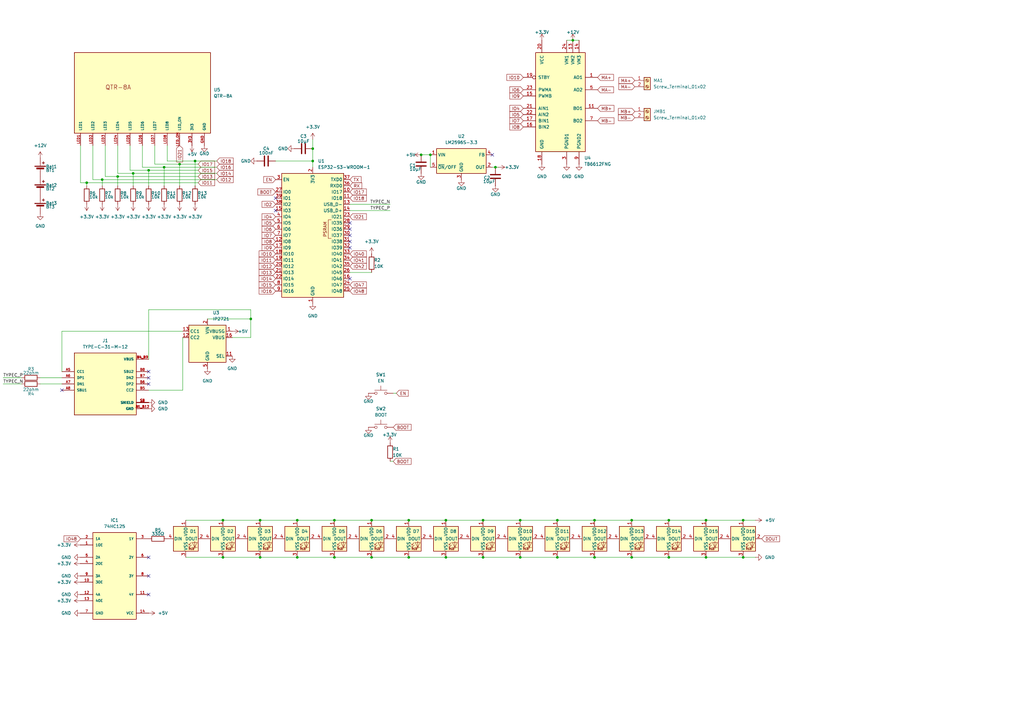
<source format=kicad_sch>
(kicad_sch (version 20250114) (generator "eeschema") (generator_version "9.0")
  (paper "A3")
  (title_block (title "ESP32-S3") (date "2025-05-04") (rev "3"))
  (junction (at 60.96 69.85))
  (junction (at 80.01 66.04))
  (junction (at 213.36 213.36))
  (junction (at 106.68 228.6))
  (junction (at 128.27 66.04))
  (junction (at 228.6 228.6))
  (junction (at 102.87 130.81))
  (junction (at 41.91 73.66))
  (junction (at 304.8 213.36))
  (junction (at 228.6 213.36))
  (junction (at 289.56 213.36))
  (junction (at 234.95 16.51))
  (junction (at 128.27 60.96))
  (junction (at 91.44 213.36))
  (junction (at 274.32 213.36))
  (junction (at 137.16 228.6))
  (junction (at 91.44 228.6))
  (junction (at 289.56 228.6))
  (junction (at 167.64 228.6))
  (junction (at 176.53 63.5))
  (junction (at 243.84 228.6))
  (junction (at 106.68 213.36))
  (junction (at 152.4 213.36))
  (junction (at 259.08 228.6))
  (junction (at 54.61 71.12))
  (junction (at 167.64 213.36))
  (junction (at 35.56 74.93))
  (junction (at 172.72 63.5))
  (junction (at 203.2 68.58))
  (junction (at 198.12 228.6))
  (junction (at 67.31 68.58))
  (junction (at 243.84 213.36))
  (junction (at 213.36 228.6))
  (junction (at 152.4 228.6))
  (junction (at 274.32 228.6))
  (junction (at 137.16 213.36))
  (junction (at 121.92 228.6))
  (junction (at 259.08 213.36))
  (junction (at 121.92 213.36))
  (junction (at 304.8 228.6))
  (junction (at 48.26 72.39))
  (junction (at 198.12 213.36))
  (junction (at 182.88 228.6))
  (junction (at 73.66 67.31))
  (junction (at 182.88 213.36))
  (no_connect (at 113.03 86.36))
  (no_connect (at 201.93 63.5))
  (no_connect (at 143.51 91.44))
  (no_connect (at 143.51 114.3))
  (no_connect (at 60.96 236.22))
  (no_connect (at 143.51 96.52))
  (no_connect (at 113.03 81.28))
  (no_connect (at 60.96 228.6))
  (no_connect (at 60.96 157.48))
  (no_connect (at 143.51 93.98))
  (no_connect (at 60.96 152.4))
  (no_connect (at 25.4 160.02))
  (no_connect (at 60.96 243.84))
  (no_connect (at 143.51 101.6))
  (no_connect (at 60.96 154.94))
  (no_connect (at 143.51 99.06))
  (wire (pts (xy 68.58 59.69) (xy 68.58 66.04)))
  (wire (pts (xy 243.84 228.6) (xy 259.08 228.6)))
  (wire (pts (xy 85.09 130.81) (xy 102.87 130.81)))
  (wire (pts (xy 63.5 59.69) (xy 63.5 67.31)))
  (wire (pts (xy 16.51 154.94) (xy 25.4 154.94)))
  (wire (pts (xy 60.96 160.02) (xy 74.93 160.02)))
  (wire (pts (xy 33.02 59.69) (xy 33.02 74.93)))
  (wire (pts (xy 1.27 157.48) (xy 8.89 157.48)))
  (wire (pts (xy 234.95 16.51) (xy 237.49 16.51)))
  (wire (pts (xy 137.16 213.36) (xy 152.4 213.36)))
  (wire (pts (xy 243.84 213.36) (xy 259.08 213.36)))
  (wire (pts (xy 73.66 67.31) (xy 73.66 76.2)))
  (wire (pts (xy 137.16 228.6) (xy 152.4 228.6)))
  (wire (pts (xy 106.68 213.36) (xy 121.92 213.36)))
  (wire (pts (xy 33.02 74.93) (xy 35.56 74.93)))
  (wire (pts (xy 213.36 213.36) (xy 228.6 213.36)))
  (wire (pts (xy 259.08 228.6) (xy 274.32 228.6)))
  (wire (pts (xy 54.61 71.12) (xy 88.9 71.12)))
  (wire (pts (xy 176.53 63.5) (xy 176.53 68.58)))
  (wire (pts (xy 259.08 213.36) (xy 274.32 213.36)))
  (wire (pts (xy 41.91 73.66) (xy 88.9 73.66)))
  (wire (pts (xy 274.32 228.6) (xy 289.56 228.6)))
  (wire (pts (xy 172.72 63.5) (xy 176.53 63.5)))
  (wire (pts (xy 162.56 161.29) (xy 161.29 161.29)))
  (wire (pts (xy 121.92 213.36) (xy 137.16 213.36)))
  (wire (pts (xy 198.12 213.36) (xy 213.36 213.36)))
  (wire (pts (xy 228.6 228.6) (xy 243.84 228.6)))
  (wire (pts (xy 43.18 59.69) (xy 43.18 72.39)))
  (wire (pts (xy 35.56 74.93) (xy 81.28 74.93)))
  (wire (pts (xy 48.26 59.69) (xy 48.26 71.12)))
  (wire (pts (xy 228.6 213.36) (xy 243.84 213.36)))
  (wire (pts (xy 213.36 228.6) (xy 228.6 228.6)))
  (wire (pts (xy 48.26 76.2) (xy 48.26 72.39)))
  (wire (pts (xy 63.5 67.31) (xy 73.66 67.31)))
  (wire (pts (xy 53.34 59.69) (xy 53.34 69.85)))
  (wire (pts (xy 161.29 189.23) (xy 160.02 189.23)))
  (wire (pts (xy 60.96 127) (xy 102.87 127)))
  (wire (pts (xy 102.87 127) (xy 102.87 130.81)))
  (wire (pts (xy 91.44 213.36) (xy 106.68 213.36)))
  (wire (pts (xy 304.8 213.36) (xy 309.88 213.36)))
  (wire (pts (xy 160.02 86.36) (xy 143.51 86.36)))
  (wire (pts (xy 67.31 68.58) (xy 88.9 68.58)))
  (wire (pts (xy 289.56 228.6) (xy 304.8 228.6)))
  (wire (pts (xy 198.12 228.6) (xy 213.36 228.6)))
  (wire (pts (xy 204.47 68.58) (xy 203.2 68.58)))
  (wire (pts (xy 80.01 66.04) (xy 88.9 66.04)))
  (wire (pts (xy 91.44 228.6) (xy 106.68 228.6)))
  (wire (pts (xy 128.27 57.15) (xy 128.27 60.96)))
  (wire (pts (xy 128.27 60.96) (xy 128.27 66.04)))
  (wire (pts (xy 160.02 83.82) (xy 143.51 83.82)))
  (wire (pts (xy 48.26 72.39) (xy 81.28 72.39)))
  (wire (pts (xy 182.88 213.36) (xy 198.12 213.36)))
  (wire (pts (xy 74.93 135.89) (xy 25.4 135.89)))
  (wire (pts (xy 43.18 72.39) (xy 48.26 72.39)))
  (wire (pts (xy 80.01 66.04) (xy 80.01 76.2)))
  (wire (pts (xy 53.34 69.85) (xy 60.96 69.85)))
  (wire (pts (xy 35.56 76.2) (xy 35.56 74.93)))
  (wire (pts (xy 152.4 228.6) (xy 167.64 228.6)))
  (wire (pts (xy 25.4 135.89) (xy 25.4 152.4)))
  (wire (pts (xy 48.26 71.12) (xy 54.61 71.12)))
  (wire (pts (xy 76.2 228.6) (xy 91.44 228.6)))
  (wire (pts (xy 16.51 157.48) (xy 25.4 157.48)))
  (wire (pts (xy 58.42 68.58) (xy 67.31 68.58)))
  (wire (pts (xy 102.87 138.43) (xy 95.25 138.43)))
  (wire (pts (xy 60.96 69.85) (xy 60.96 76.2)))
  (wire (pts (xy 38.1 73.66) (xy 41.91 73.66)))
  (wire (pts (xy 128.27 66.04) (xy 128.27 68.58)))
  (wire (pts (xy 232.41 16.51) (xy 234.95 16.51)))
  (wire (pts (xy 1.27 154.94) (xy 8.89 154.94)))
  (wire (pts (xy 167.64 213.36) (xy 182.88 213.36)))
  (wire (pts (xy 68.58 66.04) (xy 80.01 66.04)))
  (wire (pts (xy 74.93 160.02) (xy 74.93 138.43)))
  (wire (pts (xy 106.68 228.6) (xy 121.92 228.6)))
  (wire (pts (xy 121.92 228.6) (xy 137.16 228.6)))
  (wire (pts (xy 167.64 228.6) (xy 182.88 228.6)))
  (wire (pts (xy 41.91 76.2) (xy 41.91 73.66)))
  (wire (pts (xy 289.56 213.36) (xy 304.8 213.36)))
  (wire (pts (xy 58.42 59.69) (xy 58.42 68.58)))
  (wire (pts (xy 304.8 228.6) (xy 309.88 228.6)))
  (wire (pts (xy 76.2 213.36) (xy 91.44 213.36)))
  (wire (pts (xy 274.32 213.36) (xy 289.56 213.36)))
  (wire (pts (xy 60.96 69.85) (xy 81.28 69.85)))
  (wire (pts (xy 152.4 213.36) (xy 167.64 213.36)))
  (wire (pts (xy 54.61 71.12) (xy 54.61 76.2)))
  (wire (pts (xy 143.51 111.76) (xy 152.4 111.76)))
  (wire (pts (xy 38.1 59.69) (xy 38.1 73.66)))
  (wire (pts (xy 73.66 67.31) (xy 81.28 67.31)))
  (wire (pts (xy 113.03 66.04) (xy 128.27 66.04)))
  (wire (pts (xy 182.88 228.6) (xy 198.12 228.6)))
  (wire (pts (xy 102.87 130.81) (xy 102.87 138.43)))
  (wire (pts (xy 203.2 68.58) (xy 201.93 68.58)))
  (wire (pts (xy 67.31 68.58) (xy 67.31 76.2)))
  (wire (pts (xy 60.96 147.32) (xy 60.96 127)))
  (label "TYPEC_P" (at 1.27 154.94 0))
  (label "TYPEC_N" (at 160.02 83.82 180))
  (label "TYPEC_N" (at 1.27 157.48 0))
  (label "TYPEC_P" (at 160.02 86.36 180))
  (global_label "IO13" (shape input) (at 113.03 111.76 180) (property "Intersheetrefs" "${INTERSHEET_REFS}" (effects (hide yes))))
  (global_label "IO47" (shape input) (at 143.51 116.84 0) (property "Intersheetrefs" "${INTERSHEET_REFS}" (effects (hide yes))))
  (global_label "IO6" (shape input) (at 214.63 36.83 180) (property "Intersheetrefs" "${INTERSHEET_REFS}" (effects (hide yes))))
  (global_label "IO48" (shape input) (at 33.02 220.98 180) (property "Intersheetrefs" "${INTERSHEET_REFS}" (effects (hide yes))))
  (global_label "IO16" (shape input) (at 88.9 68.58 0) (property "Intersheetrefs" "${INTERSHEET_REFS}" (effects (hide yes))))
  (global_label "IO10" (shape input) (at 113.03 104.14 180) (property "Intersheetrefs" "${INTERSHEET_REFS}" (effects (hide yes))))
  (global_label "IO5" (shape input) (at 214.63 46.99 180) (property "Intersheetrefs" "${INTERSHEET_REFS}" (effects (hide yes))))
  (global_label "IO17" (shape input) (at 81.28 67.31 0) (property "Intersheetrefs" "${INTERSHEET_REFS}" (effects (hide yes))))
  (global_label "IO6" (shape input) (at 113.03 93.98 180) (property "Intersheetrefs" "${INTERSHEET_REFS}" (effects (hide yes))))
  (global_label "IO4" (shape input) (at 113.03 88.9 180) (property "Intersheetrefs" "${INTERSHEET_REFS}" (effects (hide yes))))
  (global_label "IO21" (shape input) (at 73.66 59.69 270) (property "Intersheetrefs" "${INTERSHEET_REFS}" (effects (hide yes))))
  (global_label "IO15" (shape input) (at 81.28 69.85 0) (property "Intersheetrefs" "${INTERSHEET_REFS}" (effects (hide yes))))
  (global_label "IO5" (shape input) (at 113.03 91.44 180) (property "Intersheetrefs" "${INTERSHEET_REFS}" (effects (hide yes))))
  (global_label "IO40" (shape input) (at 143.51 104.14 0) (property "Intersheetrefs" "${INTERSHEET_REFS}" (effects (hide yes))))
  (global_label "IO14" (shape input) (at 113.03 114.3 180) (property "Intersheetrefs" "${INTERSHEET_REFS}" (effects (hide yes))))
  (global_label "MA-" (shape input) (at 245.11 36.83 0) (property "Intersheetrefs" "${INTERSHEET_REFS}" (effects (hide yes))))
  (global_label "IO7" (shape input) (at 113.03 96.52 180) (property "Intersheetrefs" "${INTERSHEET_REFS}" (effects (hide yes))))
  (global_label "IO48" (shape input) (at 143.51 119.38 0) (property "Intersheetrefs" "${INTERSHEET_REFS}" (effects (hide yes))))
  (global_label "IO2" (shape input) (at 113.03 83.82 180) (property "Intersheetrefs" "${INTERSHEET_REFS}" (effects (hide yes))))
  (global_label "IO8" (shape input) (at 113.03 99.06 180) (property "Intersheetrefs" "${INTERSHEET_REFS}" (effects (hide yes))))
  (global_label "BOOT" (shape input) (at 161.29 175.26 0) (property "Intersheetrefs" "${INTERSHEET_REFS}" (effects (hide yes))))
  (global_label "IO18" (shape input) (at 143.51 81.28 0) (property "Intersheetrefs" "${INTERSHEET_REFS}" (effects (hide yes))))
  (global_label "IO15" (shape input) (at 113.03 116.84 180) (property "Intersheetrefs" "${INTERSHEET_REFS}" (effects (hide yes))))
  (global_label "BOOT" (shape input) (at 161.29 189.23 0) (property "Intersheetrefs" "${INTERSHEET_REFS}" (effects (hide yes))))
  (global_label "IO42" (shape input) (at 143.51 109.22 0) (property "Intersheetrefs" "${INTERSHEET_REFS}" (effects (hide yes))))
  (global_label "IO9" (shape input) (at 113.03 101.6 180) (property "Intersheetrefs" "${INTERSHEET_REFS}" (effects (hide yes))))
  (global_label "MB-" (shape input) (at 245.11 49.53 0) (property "Intersheetrefs" "${INTERSHEET_REFS}" (effects (hide yes))))
  (global_label "IO8" (shape input) (at 214.63 52.07 180) (property "Intersheetrefs" "${INTERSHEET_REFS}" (effects (hide yes))))
  (global_label "BOOT" (shape input) (at 113.03 78.74 180) (property "Intersheetrefs" "${INTERSHEET_REFS}" (effects (hide yes))))
  (global_label "EN" (shape input) (at 113.03 73.66 180) (property "Intersheetrefs" "${INTERSHEET_REFS}" (effects (hide yes))))
  (global_label "MB+" (shape input) (at 260.35 45.72 180) (property "Intersheetrefs" "${INTERSHEET_REFS}" (effects (hide yes))))
  (global_label "IO14" (shape input) (at 88.9 71.12 0) (property "Intersheetrefs" "${INTERSHEET_REFS}" (effects (hide yes))))
  (global_label "IO12" (shape input) (at 88.9 73.66 0) (property "Intersheetrefs" "${INTERSHEET_REFS}" (effects (hide yes))))
  (global_label "MA+" (shape input) (at 260.35 33.02 180) (property "Intersheetrefs" "${INTERSHEET_REFS}" (effects (hide yes))))
  (global_label "IO13" (shape input) (at 81.28 72.39 0) (property "Intersheetrefs" "${INTERSHEET_REFS}" (effects (hide yes))))
  (global_label "IO4" (shape input) (at 214.63 44.45 180) (property "Intersheetrefs" "${INTERSHEET_REFS}" (effects (hide yes))))
  (global_label "EN" (shape input) (at 162.56 161.29 0) (property "Intersheetrefs" "${INTERSHEET_REFS}" (effects (hide yes))))
  (global_label "IO7" (shape input) (at 214.63 49.53 180) (property "Intersheetrefs" "${INTERSHEET_REFS}" (effects (hide yes))))
  (global_label "IO9" (shape input) (at 214.63 39.37 180) (property "Intersheetrefs" "${INTERSHEET_REFS}" (effects (hide yes))))
  (global_label "IO16" (shape input) (at 113.03 119.38 180) (property "Intersheetrefs" "${INTERSHEET_REFS}" (effects (hide yes))))
  (global_label "MB+" (shape input) (at 245.11 44.45 0) (property "Intersheetrefs" "${INTERSHEET_REFS}" (effects (hide yes))))
  (global_label "IO41" (shape input) (at 143.51 106.68 0) (property "Intersheetrefs" "${INTERSHEET_REFS}" (effects (hide yes))))
  (global_label "IO21" (shape input) (at 143.51 88.9 0) (property "Intersheetrefs" "${INTERSHEET_REFS}" (effects (hide yes))))
  (global_label "DOUT" (shape input) (at 312.42 220.98 0) (property "Intersheetrefs" "${INTERSHEET_REFS}" (effects (hide yes))))
  (global_label "IO11" (shape input) (at 81.28 74.93 0) (property "Intersheetrefs" "${INTERSHEET_REFS}" (effects (hide yes))))
  (global_label "IO12" (shape input) (at 113.03 109.22 180) (property "Intersheetrefs" "${INTERSHEET_REFS}" (effects (hide yes))))
  (global_label "RX" (shape input) (at 143.51 76.2 0) (property "Intersheetrefs" "${INTERSHEET_REFS}" (effects (hide yes))))
  (global_label "MA+" (shape input) (at 245.11 31.75 0) (property "Intersheetrefs" "${INTERSHEET_REFS}" (effects (hide yes))))
  (global_label "MA-" (shape input) (at 260.35 35.56 180) (property "Intersheetrefs" "${INTERSHEET_REFS}" (effects (hide yes))))
  (global_label "IO10" (shape input) (at 214.63 31.75 180) (property "Intersheetrefs" "${INTERSHEET_REFS}" (effects (hide yes))))
  (global_label "TX" (shape input) (at 143.51 73.66 0) (property "Intersheetrefs" "${INTERSHEET_REFS}" (effects (hide yes))))
  (global_label "IO18" (shape input) (at 88.9 66.04 0) (property "Intersheetrefs" "${INTERSHEET_REFS}" (effects (hide yes))))
  (global_label "IO11" (shape input) (at 113.03 106.68 180) (property "Intersheetrefs" "${INTERSHEET_REFS}" (effects (hide yes))))
  (global_label "MB-" (shape input) (at 260.35 48.26 180) (property "Intersheetrefs" "${INTERSHEET_REFS}" (effects (hide yes))))
  (global_label "IO17" (shape input) (at 143.51 78.74 0) (property "Intersheetrefs" "${INTERSHEET_REFS}" (effects (hide yes))))
  (symbol (lib_id "power:GND") (at 85.09 151.13 0) (unit 1)
    (property "Reference" "#PWR03" (effects (hide yes)))
    (property "Value" "GND" (at 85.09 156.21 0))
    (property "Description" "Power symbol creates a global label with name \"GND\" , ground" (effects (hide yes)))
  )
  (symbol (lib_id "PCM_Resistor_AKL:R_0805") (at 48.26 80.01 180) (unit 1)
    (property "Reference" "R8" (at 49.276 79.248 0) (effects (justify right)))
    (property "Value" "10k" (at 49.276 80.772 0) (effects (justify right)))
    (property "Footprint" "PCM_Resistor_SMD_AKL:R_0805_2012Metric" (effects (hide yes)))
    (property "Description" "SMD 0805 Chip Resistor, European Symbol, Alternate KiCad Library" (effects (hide yes)))
  )
  (symbol (lib_id "power:+3.3V") (at 33.02 223.52 90) (unit 1)
    (property "Reference" "#PWR024" (effects (hide yes)))
    (property "Value" "+3.3V" (at 29.21 223.5199 90) (effects (justify left)))
    (property "Description" "Power symbol creates a global label with name \"+3.3V\"" (effects (hide yes)))
  )
  (symbol (lib_id "SK6812MINI-E:SK6812MINI") (at 152.4 220.98 0) (unit 1)
    (property "Reference" "D6" (at 155.448 217.932 0))
    (property "Value" "SK6812MINI" (effects (hide yes)))
    (property "Footprint" "Keebio-Parts.pretty-master:SK6812-MINI-E" (effects (hide yes)))
    (property "Datasheet" "https://cdn-shop.adafruit.com/product-files/2686/SK6812MINI_REV.01-1-2.pdf" (effects (hide yes)))
    (property "Description" "RGB LED with integrated controller" (effects (hide yes)))
  )
  (symbol (lib_id "power:+3.3V") (at 128.27 57.15 0) (unit 1)
    (property "Reference" "#PWR07" (effects (hide yes)))
    (property "Value" "+3.3V" (at 128.27 52.07 0))
    (property "Description" "Power symbol creates a global label with name \"+3.3V\"" (effects (hide yes)))
  )
  (symbol (lib_id "PCM_Resistor_AKL:R_0805") (at 54.61 80.01 180) (unit 1)
    (property "Reference" "R9" (at 55.626 79.248 0) (effects (justify right)))
    (property "Value" "10k" (at 55.626 80.772 0) (effects (justify right)))
    (property "Footprint" "PCM_Resistor_SMD_AKL:R_0805_2012Metric" (effects (hide yes)))
    (property "Description" "SMD 0805 Chip Resistor, European Symbol, Alternate KiCad Library" (effects (hide yes)))
  )
  (symbol (lib_id "SK6812MINI-E:SK6812MINI") (at 76.2 220.98 0) (unit 1)
    (property "Reference" "D1" (at 79.248 217.932 0))
    (property "Value" "SK6812MINI" (effects (hide yes)))
    (property "Footprint" "Keebio-Parts.pretty-master:SK6812-MINI-E" (effects (hide yes)))
    (property "Datasheet" "https://cdn-shop.adafruit.com/product-files/2686/SK6812MINI_REV.01-1-2.pdf" (effects (hide yes)))
    (property "Description" "RGB LED with integrated controller" (effects (hide yes)))
  )
  (symbol (lib_id "power:+3.3V") (at 152.4 104.14 0) (unit 1)
    (property "Reference" "#PWR018" (effects (hide yes)))
    (property "Value" "+3.3V" (at 152.4 99.06 0))
    (property "Description" "Power symbol creates a global label with name \"+3.3V\"" (effects (hide yes)))
  )
  (symbol (lib_id "power:+3.3V") (at 73.66 83.82 180) (unit 1)
    (property "Reference" "#PWR042" (effects (hide yes)))
    (property "Value" "+3.3V" (at 73.66 88.9 0))
    (property "Description" "Power symbol creates a global label with name \"+3.3V\"" (effects (hide yes)))
  )
  (symbol (lib_id "PCM_Resistor_AKL:R_0805") (at 60.96 80.01 180) (unit 1)
    (property "Reference" "R10" (at 61.976 79.248 0) (effects (justify right)))
    (property "Value" "10k" (at 61.976 80.772 0) (effects (justify right)))
    (property "Footprint" "PCM_Resistor_SMD_AKL:R_0805_2012Metric" (effects (hide yes)))
    (property "Description" "SMD 0805 Chip Resistor, European Symbol, Alternate KiCad Library" (effects (hide yes)))
  )
  (symbol (lib_id "power:+3.3V") (at 35.56 83.82 180) (unit 1)
    (property "Reference" "#PWR05" (effects (hide yes)))
    (property "Value" "+3.3V" (at 35.56 88.9 0))
    (property "Description" "Power symbol creates a global label with name \"+3.3V\"" (effects (hide yes)))
  )
  (symbol (lib_id "power:GND") (at 33.02 236.22 270) (unit 1)
    (property "Reference" "#PWR022" (effects (hide yes)))
    (property "Value" "GND" (at 29.21 236.2199 90) (effects (justify right)))
    (property "Description" "Power symbol creates a global label with name \"GND\" , ground" (effects (hide yes)))
  )
  (symbol (lib_id "power:+3.3V") (at 204.47 68.58 270) (unit 1)
    (property "Reference" "#PWR08" (effects (hide yes)))
    (property "Value" "+3.3V" (at 207.01 68.58 90) (effects (justify left)))
    (property "Description" "Power symbol creates a global label with name \"+3.3V\"" (effects (hide yes)))
  )
  (symbol (lib_id "PCM_Resistor_AKL:R_0402") (at 12.7 157.48 90) (unit 1)
    (property "Reference" "R4" (at 12.7 161.544 90))
    (property "Value" "22ohm" (at 12.7 159.766 90))
    (property "Footprint" "PCM_Resistor_SMD_AKL:R_0402_1005Metric" (effects (hide yes)))
    (property "Description" "SMD 0402 Chip Resistor, European Symbol, Alternate KiCad Library" (effects (hide yes)))
  )
  (symbol (lib_id "SK6812MINI-E:SK6812MINI") (at 106.68 220.98 0) (unit 1)
    (property "Reference" "D3" (at 109.728 217.932 0))
    (property "Value" "SK6812MINI" (effects (hide yes)))
    (property "Footprint" "Keebio-Parts.pretty-master:SK6812-MINI-E" (effects (hide yes)))
    (property "Datasheet" "https://cdn-shop.adafruit.com/product-files/2686/SK6812MINI_REV.01-1-2.pdf" (effects (hide yes)))
    (property "Description" "RGB LED with integrated controller" (effects (hide yes)))
  )
  (symbol (lib_id "power:GND") (at 60.96 165.1 90) (unit 1)
    (property "Reference" "#PWR01" (effects (hide yes)))
    (property "Value" "GND" (at 64.77 165.0999 90) (effects (justify right)))
    (property "Description" "Power symbol creates a global label with name \"GND\" , ground" (effects (hide yes)))
  )
  (symbol (lib_id "PCM_Capacitor_AKL:C_0805") (at 172.72 67.31 0) (unit 1)
    (property "Reference" "C1" (at 167.894 67.818 0) (effects (justify left)))
    (property "Value" "10µF" (at 167.894 69.342 0) (effects (justify left)))
    (property "Footprint" "PCM_Capacitor_SMD_AKL:C_0805_2012Metric" (effects (hide yes)))
    (property "Description" "SMD 0805 MLCC capacitor, Alternate KiCad Library" (effects (hide yes)))
  )
  (symbol (lib_id "power:GND") (at 203.2 76.2 0) (unit 1)
    (property "Reference" "#PWR015" (effects (hide yes)))
    (property "Value" "GND" (at 203.2 79.756 0))
    (property "Description" "Power symbol creates a global label with name \"GND\" , ground" (effects (hide yes)))
  )
  (symbol (lib_id "PCM_Resistor_AKL:R_0805") (at 41.91 80.01 180) (unit 1)
    (property "Reference" "R7" (at 42.926 79.248 0) (effects (justify right)))
    (property "Value" "10k" (at 42.926 80.772 0) (effects (justify right)))
    (property "Footprint" "PCM_Resistor_SMD_AKL:R_0805_2012Metric" (effects (hide yes)))
    (property "Description" "SMD 0805 Chip Resistor, European Symbol, Alternate KiCad Library" (effects (hide yes)))
  )
  (symbol (lib_id "power:GND") (at 151.13 161.29 0) (unit 1)
    (property "Reference" "#PWR014" (effects (hide yes)))
    (property "Value" "GND" (at 151.13 164.592 0))
    (property "Description" "Power symbol creates a global label with name \"GND\" , ground" (effects (hide yes)))
  )
  (symbol (lib_id "power:+5V") (at 172.72 63.5 90) (unit 1)
    (property "Reference" "#PWR038" (effects (hide yes)))
    (property "Value" "+5V" (at 170.434 63.5 90) (effects (justify left)))
    (property "Description" "Power symbol creates a global label with name \"+5V\"" (effects (hide yes)))
  )
  (symbol (lib_id "power:GND") (at 120.65 60.96 270) (unit 1)
    (property "Reference" "#PWR016" (effects (hide yes)))
    (property "Value" "GND" (at 118.11 60.96 90) (effects (justify right)))
    (property "Description" "Power symbol creates a global label with name \"GND\" , ground" (effects (hide yes)))
  )
  (symbol (lib_id "power:GND") (at 128.27 124.46 0) (unit 1)
    (property "Reference" "#PWR06" (effects (hide yes)))
    (property "Value" "GND" (at 128.27 129.54 0))
    (property "Description" "Power symbol creates a global label with name \"GND\" , ground" (effects (hide yes)))
  )
  (symbol (lib_id "power:GND") (at 83.82 59.69 0) (unit 1)
    (property "Reference" "#PWR044" (effects (hide yes)))
    (property "Value" "GND" (at 83.82 62.992 0))
    (property "Description" "Power symbol creates a global label with name \"GND\" , ground" (effects (hide yes)))
  )
  (symbol (lib_id "RF_Module:ESP32-S3-WROOM-1") (at 128.27 96.52 0) (unit 1)
    (property "Reference" "U1" (at 130.4133 66.04 0) (effects (justify left)))
    (property "Value" "ESP32-S3-WROOM-1" (at 130.4133 68.58 0) (effects (justify left)))
    (property "Footprint" "RF_Module:ESP32-S3-WROOM-1" (effects (hide yes)))
    (property "Datasheet" "https://www.espressif.com/sites/default/files/documentation/esp32-s3-wroom-1_wroom-1u_datasheet_en.pdf" (effects (hide yes)))
    (property "Description" "RF Module, ESP32-S3 SoC, Wi-Fi 802.11b/g/n, Bluetooth, BLE, 32-bit, 3.3V, onboard antenna, SMD" (effects (hide yes)))
  )
  (symbol (lib_id "power:+3.3V") (at 222.25 16.51 0) (unit 1)
    (property "Reference" "#PWR030" (effects (hide yes)))
    (property "Value" "+3.3V" (at 222.25 13.208 0))
    (property "Description" "Power symbol creates a global label with name \"+3.3V\"" (effects (hide yes)))
  )
  (symbol (lib_id "74HC125:74HC125") (at 43.18 238.76 0) (unit 1)
    (property "Reference" "IC1" (at 46.99 213.36 0))
    (property "Value" "74HC125" (at 46.99 215.9 0))
    (property "Footprint" "74HC125:SOIC-14" (effects (hide yes)))
    (property "MF" "Nexperia USA" (effects (hide yes)))
    (property "Description_1" "Buffer, Non-Inverting 4 Element 1 Bit per Element 3-State Output 14-TSSOP" (effects (hide yes)))
    (property "Package" "SO-14 NXP USA" (effects (hide yes)))
    (property "Price" "None" (effects (hide yes)))
    (property "SnapEDA_Link" "https://www.snapeda.com/parts/74HC125/Nexperia/view-part/?ref=snap" (effects (hide yes)))
    (property "MP" "74HC125" (effects (hide yes)))
    (property "Availability" "Not in stock" (effects (hide yes)))
    (property "Check_prices" "https://www.snapeda.com/parts/74HC125/Nexperia/view-part/?ref=eda" (effects (hide yes)))
  )
  (symbol (lib_id "SK6812MINI-E:SK6812MINI") (at 121.92 220.98 0) (unit 1)
    (property "Reference" "D4" (at 124.968 217.932 0))
    (property "Value" "SK6812MINI" (effects (hide yes)))
    (property "Footprint" "Keebio-Parts.pretty-master:SK6812-MINI-E" (effects (hide yes)))
    (property "Datasheet" "https://cdn-shop.adafruit.com/product-files/2686/SK6812MINI_REV.01-1-2.pdf" (effects (hide yes)))
    (property "Description" "RGB LED with integrated controller" (effects (hide yes)))
  )
  (symbol (lib_id "PCM_Capacitor_AKL:C_0805") (at 124.46 60.96 90) (unit 1)
    (property "Reference" "C3" (at 124.46 55.88 90))
    (property "Value" "10µF" (at 124.46 57.912 90))
    (property "Footprint" "PCM_Capacitor_SMD_AKL:C_0805_2012Metric" (effects (hide yes)))
    (property "Description" "SMD 0805 MLCC capacitor, Alternate KiCad Library" (effects (hide yes)))
  )
  (symbol (lib_id "power:GND") (at 33.02 243.84 270) (unit 1)
    (property "Reference" "#PWR023" (effects (hide yes)))
    (property "Value" "GND" (at 29.21 243.8399 90) (effects (justify right)))
    (property "Description" "Power symbol creates a global label with name \"GND\" , ground" (effects (hide yes)))
  )
  (symbol (lib_id "power:+3.3V") (at 48.26 83.82 180) (unit 1)
    (property "Reference" "#PWR036" (effects (hide yes)))
    (property "Value" "+3.3V" (at 48.26 88.9 0))
    (property "Description" "Power symbol creates a global label with name \"+3.3V\"" (effects (hide yes)))
  )
  (symbol (lib_id "Device:Battery_Cell") (at 16.51 85.09 0) (unit 1)
    (property "Reference" "BT3" (at 18.796 84.836 0) (effects (justify left)))
    (property "Value" "Bat3" (at 18.796 83.312 0) (effects (justify left)))
    (property "Footprint" "Battery:BatteryHolder_MPD_BH-18650-PC2" (effects (hide yes)))
    (property "Description" "Single-cell battery" (effects (hide yes)))
  )
  (symbol (lib_id "power:+3.3V") (at 33.02 238.76 90) (unit 1)
    (property "Reference" "#PWR026" (effects (hide yes)))
    (property "Value" "+3.3V" (at 29.21 238.7599 90) (effects (justify left)))
    (property "Description" "Power symbol creates a global label with name \"+3.3V\"" (effects (hide yes)))
  )
  (symbol (lib_id "power:+5V") (at 309.88 213.36 270) (unit 1)
    (property "Reference" "#PWR028" (effects (hide yes)))
    (property "Value" "+5V" (at 313.69 213.3599 90) (effects (justify left)))
    (property "Description" "Power symbol creates a global label with name \"+5V\"" (effects (hide yes)))
  )
  (symbol (lib_id "SK6812MINI-E:SK6812MINI") (at 259.08 220.98 0) (unit 1)
    (property "Reference" "D13" (at 262.128 217.932 0))
    (property "Value" "SK6812MINI" (effects (hide yes)))
    (property "Footprint" "Keebio-Parts.pretty-master:SK6812-MINI-E" (effects (hide yes)))
    (property "Datasheet" "https://cdn-shop.adafruit.com/product-files/2686/SK6812MINI_REV.01-1-2.pdf" (effects (hide yes)))
    (property "Description" "RGB LED with integrated controller" (effects (hide yes)))
  )
  (symbol (lib_id "power:+3.3V") (at 67.31 83.82 180) (unit 1)
    (property "Reference" "#PWR041" (effects (hide yes)))
    (property "Value" "+3.3V" (at 67.31 88.9 0))
    (property "Description" "Power symbol creates a global label with name \"+3.3V\"" (effects (hide yes)))
  )
  (symbol (lib_id "power:GND") (at 172.72 71.12 0) (unit 1)
    (property "Reference" "#PWR011" (effects (hide yes)))
    (property "Value" "GND" (at 172.72 74.676 0))
    (property "Description" "Power symbol creates a global label with name \"GND\" , ground" (effects (hide yes)))
  )
  (symbol (lib_id "Interface_USB:IP2721") (at 85.09 140.97 0) (unit 1)
    (property "Reference" "U3" (at 87.2333 128.27 0) (effects (justify left)))
    (property "Value" "IP2721" (at 87.2333 130.81 0) (effects (justify left)))
    (property "Footprint" "Package_SO:TSSOP-16_4.4x5mm_P0.65mm" (effects (hide yes)))
    (property "Datasheet" "https://datasheet.lcsc.com/lcsc/2006111335_INJOINIC-IP2721_C603176.pdf" (effects (hide yes)))
    (property "Description" "USB TYPEC  PD Controller Interface, TSSOP-16" (effects (hide yes)))
  )
  (symbol (lib_id "SK6812MINI-E:SK6812MINI") (at 198.12 220.98 0) (unit 1)
    (property "Reference" "D9" (at 201.168 217.932 0))
    (property "Value" "SK6812MINI" (effects (hide yes)))
    (property "Footprint" "Keebio-Parts.pretty-master:SK6812-MINI-E" (effects (hide yes)))
    (property "Datasheet" "https://cdn-shop.adafruit.com/product-files/2686/SK6812MINI_REV.01-1-2.pdf" (effects (hide yes)))
    (property "Description" "RGB LED with integrated controller" (effects (hide yes)))
  )
  (symbol (lib_id "power:+3.3V") (at 80.01 83.82 180) (unit 1)
    (property "Reference" "#PWR043" (effects (hide yes)))
    (property "Value" "+3.3V" (at 80.01 88.9 0))
    (property "Description" "Power symbol creates a global label with name \"+3.3V\"" (effects (hide yes)))
  )
  (symbol (lib_id "Switch:SW_Push") (at 156.21 161.29 0) (unit 1)
    (property "Reference" "SW1" (at 156.21 153.67 0))
    (property "Value" "EN" (at 156.21 156.21 0))
    (property "Footprint" "Button_Switch_SMD:SW_Tactile_SPST_NO_Straight_CK_PTS636Sx25SMTRLFS" (effects (hide yes)))
    (property "Description" "Push button switch, generic, two pins" (effects (hide yes)))
  )
  (symbol (lib_id "SK6812MINI-E:SK6812MINI") (at 213.36 220.98 0) (unit 1)
    (property "Reference" "D10" (at 216.408 217.932 0))
    (property "Value" "SK6812MINI" (effects (hide yes)))
    (property "Footprint" "Keebio-Parts.pretty-master:SK6812-MINI-E" (effects (hide yes)))
    (property "Datasheet" "https://cdn-shop.adafruit.com/product-files/2686/SK6812MINI_REV.01-1-2.pdf" (effects (hide yes)))
    (property "Description" "RGB LED with integrated controller" (effects (hide yes)))
  )
  (symbol (lib_id "Regulator_Switching:LM2596S-3.3") (at 189.23 66.04 0) (unit 1)
    (property "Reference" "U2" (at 189.23 55.88 0))
    (property "Value" "LM2596S-3.3" (at 189.23 58.42 0))
    (property "Footprint" "Package_TO_SOT_SMD:TO-263-5_TabPin3" (effects (hide yes)))
    (property "Datasheet" "http://www.ti.com/lit/ds/symlink/lm2596.pdf" (effects (hide yes)))
    (property "Description" "3.3V 3A Step-Down Voltage Regulator, TO-263" (effects (hide yes)))
  )
  (symbol (lib_id "PCM_Resistor_AKL:R_0805") (at 64.77 220.98 90) (unit 1)
    (property "Reference" "R5" (at 64.77 217.424 90))
    (property "Value" "330Ω" (at 64.77 218.948 90))
    (property "Footprint" "PCM_Resistor_SMD_AKL:R_0805_2012Metric" (effects (hide yes)))
    (property "Description" "SMD 0805 Chip Resistor, European Symbol, Alternate KiCad Library" (effects (hide yes)))
  )
  (symbol (lib_id "power:GND") (at 60.96 167.64 90) (unit 1)
    (property "Reference" "#PWR02" (effects (hide yes)))
    (property "Value" "GND" (at 64.77 167.6399 90) (effects (justify right)))
    (property "Description" "Power symbol creates a global label with name \"GND\" , ground" (effects (hide yes)))
  )
  (symbol (lib_id "Switch:SW_Push") (at 156.21 175.26 0) (unit 1)
    (property "Reference" "SW2" (at 156.21 167.64 0))
    (property "Value" "BOOT" (at 156.21 170.18 0))
    (property "Footprint" "Button_Switch_SMD:SW_Tactile_SPST_NO_Straight_CK_PTS636Sx25SMTRLFS" (effects (hide yes)))
    (property "Description" "Push button switch, generic, two pins" (effects (hide yes)))
  )
  (symbol (lib_id "SK6812MINI-E:SK6812MINI") (at 243.84 220.98 0) (unit 1)
    (property "Reference" "D12" (at 246.888 217.932 0))
    (property "Value" "SK6812MINI" (effects (hide yes)))
    (property "Footprint" "Keebio-Parts.pretty-master:SK6812-MINI-E" (effects (hide yes)))
    (property "Datasheet" "https://cdn-shop.adafruit.com/product-files/2686/SK6812MINI_REV.01-1-2.pdf" (effects (hide yes)))
    (property "Description" "RGB LED with integrated controller" (effects (hide yes)))
  )
  (symbol (lib_id "power:+3.3V") (at 54.61 83.82 180) (unit 1)
    (property "Reference" "#PWR039" (effects (hide yes)))
    (property "Value" "+3.3V" (at 54.61 88.9 0))
    (property "Description" "Power symbol creates a global label with name \"+3.3V\"" (effects (hide yes)))
  )
  (symbol (lib_id "power:+5V") (at 78.74 59.69 180) (unit 1)
    (property "Reference" "#PWR045" (effects (hide yes)))
    (property "Value" "+5V" (at 78.74 63.246 0))
    (property "Description" "Power symbol creates a global label with name \"+5V\"" (effects (hide yes)))
  )
  (symbol (lib_id "PCM_Resistor_AKL:R_0805") (at 73.66 80.01 180) (unit 1)
    (property "Reference" "R12" (at 74.676 79.248 0) (effects (justify right)))
    (property "Value" "10k" (at 74.676 80.772 0) (effects (justify right)))
    (property "Footprint" "PCM_Resistor_SMD_AKL:R_0805_2012Metric" (effects (hide yes)))
    (property "Description" "SMD 0805 Chip Resistor, European Symbol, Alternate KiCad Library" (effects (hide yes)))
  )
  (symbol (lib_id "power:+12V") (at 234.95 16.51 0) (unit 1)
    (property "Reference" "#PWR031" (effects (hide yes)))
    (property "Value" "+12V" (at 234.95 13.208 0))
    (property "Description" "Power symbol creates a global label with name \"+12V\"" (effects (hide yes)))
  )
  (symbol (lib_id "PCM_Resistor_AKL:R_0805") (at 80.01 80.01 180) (unit 1)
    (property "Reference" "R13" (at 81.026 79.248 0) (effects (justify right)))
    (property "Value" "10k" (at 81.026 80.772 0) (effects (justify right)))
    (property "Footprint" "PCM_Resistor_SMD_AKL:R_0805_2012Metric" (effects (hide yes)))
    (property "Description" "SMD 0805 Chip Resistor, European Symbol, Alternate KiCad Library" (effects (hide yes)))
  )
  (symbol (lib_id "SK6812MINI-E:SK6812MINI") (at 304.8 220.98 0) (unit 1)
    (property "Reference" "D16" (at 307.848 217.932 0))
    (property "Value" "SK6812MINI" (effects (hide yes)))
    (property "Footprint" "Keebio-Parts.pretty-master:SK6812-MINI-E" (effects (hide yes)))
    (property "Datasheet" "https://cdn-shop.adafruit.com/product-files/2686/SK6812MINI_REV.01-1-2.pdf" (effects (hide yes)))
    (property "Description" "RGB LED with integrated controller" (effects (hide yes)))
  )
  (symbol (lib_id "power:GND") (at 105.41 66.04 270) (unit 1)
    (property "Reference" "#PWR017" (effects (hide yes)))
    (property "Value" "GND" (at 102.87 66.04 90) (effects (justify right)))
    (property "Description" "Power symbol creates a global label with name \"GND\" , ground" (effects (hide yes)))
  )
  (symbol (lib_id "PCM_Resistor_AKL:R_0402") (at 12.7 154.94 90) (unit 1)
    (property "Reference" "R3" (at 12.7 151.384 90))
    (property "Value" "22ohm" (at 12.7 152.908 90))
    (property "Footprint" "PCM_Resistor_SMD_AKL:R_0402_1005Metric" (effects (hide yes)))
    (property "Description" "SMD 0402 Chip Resistor, European Symbol, Alternate KiCad Library" (effects (hide yes)))
  )
  (symbol (lib_id "SK6812MINI-E:SK6812MINI") (at 289.56 220.98 0) (unit 1)
    (property "Reference" "D15" (at 292.608 217.932 0))
    (property "Value" "SK6812MINI" (effects (hide yes)))
    (property "Footprint" "Keebio-Parts.pretty-master:SK6812-MINI-E" (effects (hide yes)))
    (property "Datasheet" "https://cdn-shop.adafruit.com/product-files/2686/SK6812MINI_REV.01-1-2.pdf" (effects (hide yes)))
    (property "Description" "RGB LED with integrated controller" (effects (hide yes)))
  )
  (symbol (lib_id "power:GND") (at 16.51 87.63 0) (unit 1)
    (property "Reference" "#PWR033" (effects (hide yes)))
    (property "Value" "GND" (at 16.51 92.71 0))
    (property "Description" "Power symbol creates a global label with name \"GND\" , ground" (effects (hide yes)))
  )
  (symbol (lib_id "Connector:Screw_Terminal_01x02") (at 265.43 45.72 0) (unit 1)
    (property "Reference" "JMB1" (at 267.97 45.7199 0) (effects (justify left)))
    (property "Value" "Screw_Terminal_01x02" (at 267.97 48.2599 0) (effects (justify left)))
    (property "Footprint" "Connector_JST:JST_EH_B2B-EH-A_1x02_P2.50mm_Vertical" (effects (hide yes)))
    (property "Description" "Generic screw terminal, single row, 01x02, script generated (kicad-library-utils/schlib/autogen/connector/)" (effects (hide yes)))
  )
  (symbol (lib_id "power:+3.3V") (at 160.02 181.61 0) (unit 1)
    (property "Reference" "#PWR012" (effects (hide yes)))
    (property "Value" "+3.3V" (at 159.766 178.308 0))
    (property "Description" "Power symbol creates a global label with name \"+3.3V\"" (effects (hide yes)))
  )
  (symbol (lib_id "power:GND") (at 151.13 175.26 0) (unit 1)
    (property "Reference" "#PWR013" (effects (hide yes)))
    (property "Value" "GND" (at 151.13 178.562 0))
    (property "Description" "Power symbol creates a global label with name \"GND\" , ground" (effects (hide yes)))
  )
  (symbol (lib_id "power:GND") (at 237.49 67.31 0) (unit 1)
    (property "Reference" "#PWR035" (effects (hide yes)))
    (property "Value" "GND" (at 237.49 72.39 0))
    (property "Description" "Power symbol creates a global label with name \"GND\" , ground" (effects (hide yes)))
  )
  (symbol (lib_id "SK6812MINI-E:SK6812MINI") (at 167.64 220.98 0) (unit 1)
    (property "Reference" "D7" (at 170.688 217.932 0))
    (property "Value" "SK6812MINI" (effects (hide yes)))
    (property "Footprint" "Keebio-Parts.pretty-master:SK6812-MINI-E" (effects (hide yes)))
    (property "Datasheet" "https://cdn-shop.adafruit.com/product-files/2686/SK6812MINI_REV.01-1-2.pdf" (effects (hide yes)))
    (property "Description" "RGB LED with integrated controller" (effects (hide yes)))
  )
  (symbol (lib_id "power:+3.3V") (at 33.02 246.38 90) (unit 1)
    (property "Reference" "#PWR027" (effects (hide yes)))
    (property "Value" "+3.3V" (at 29.21 246.3799 90) (effects (justify left)))
    (property "Description" "Power symbol creates a global label with name \"+3.3V\"" (effects (hide yes)))
  )
  (symbol (lib_id "SK6812MINI-E:SK6812MINI") (at 182.88 220.98 0) (unit 1)
    (property "Reference" "D8" (at 185.928 217.932 0))
    (property "Value" "SK6812MINI" (effects (hide yes)))
    (property "Footprint" "Keebio-Parts.pretty-master:SK6812-MINI-E" (effects (hide yes)))
    (property "Datasheet" "https://cdn-shop.adafruit.com/product-files/2686/SK6812MINI_REV.01-1-2.pdf" (effects (hide yes)))
    (property "Description" "RGB LED with integrated controller" (effects (hide yes)))
  )
  (symbol (lib_id "power:+3.3V") (at 41.91 83.82 180) (unit 1)
    (property "Reference" "#PWR034" (effects (hide yes)))
    (property "Value" "+3.3V" (at 41.91 88.9 0))
    (property "Description" "Power symbol creates a global label with name \"+3.3V\"" (effects (hide yes)))
  )
  (symbol (lib_id "Device:Battery_Cell") (at 16.51 77.47 0) (unit 1)
    (property "Reference" "BT2" (at 18.796 77.47 0) (effects (justify left)))
    (property "Value" "Bat2" (at 18.796 75.946 0) (effects (justify left)))
    (property "Footprint" "Battery:BatteryHolder_MPD_BH-18650-PC2" (effects (hide yes)))
    (property "Description" "Single-cell battery" (effects (hide yes)))
  )
  (symbol (lib_id "PCM_Capacitor_AKL:C_0805") (at 203.2 72.39 0) (unit 1)
    (property "Reference" "C2" (at 198.374 72.898 0) (effects (justify left)))
    (property "Value" "10µF" (at 198.12 74.422 0) (effects (justify left)))
    (property "Footprint" "PCM_Capacitor_SMD_AKL:C_0805_2012Metric" (effects (hide yes)))
    (property "Description" "SMD 0805 MLCC capacitor, Alternate KiCad Library" (effects (hide yes)))
  )
  (symbol (lib_id "power:GND") (at 33.02 251.46 270) (unit 1)
    (property "Reference" "#PWR020" (effects (hide yes)))
    (property "Value" "GND" (at 29.21 251.4599 90) (effects (justify right)))
    (property "Description" "Power symbol creates a global label with name \"GND\" , ground" (effects (hide yes)))
  )
  (symbol (lib_id "power:GND") (at 232.41 67.31 0) (unit 1)
    (property "Reference" "#PWR04" (effects (hide yes)))
    (property "Value" "GND" (at 232.41 72.39 0))
    (property "Description" "Power symbol creates a global label with name \"GND\" , ground" (effects (hide yes)))
  )
  (symbol (lib_id "power:+5V") (at 60.96 251.46 270) (unit 1)
    (property "Reference" "#PWR019" (effects (hide yes)))
    (property "Value" "+5V" (at 64.77 251.4599 90) (effects (justify left)))
    (property "Description" "Power symbol creates a global label with name \"+5V\"" (effects (hide yes)))
  )
  (symbol (lib_id "SK6812MINI-E:SK6812MINI") (at 274.32 220.98 0) (unit 1)
    (property "Reference" "D14" (at 277.368 217.932 0))
    (property "Value" "SK6812MINI" (effects (hide yes)))
    (property "Footprint" "Keebio-Parts.pretty-master:SK6812-MINI-E" (effects (hide yes)))
    (property "Datasheet" "https://cdn-shop.adafruit.com/product-files/2686/SK6812MINI_REV.01-1-2.pdf" (effects (hide yes)))
    (property "Description" "RGB LED with integrated controller" (effects (hide yes)))
  )
  (symbol (lib_id "power:GND") (at 309.88 228.6 90) (unit 1)
    (property "Reference" "#PWR029" (effects (hide yes)))
    (property "Value" "GND" (at 313.69 228.5999 90) (effects (justify right)))
    (property "Description" "Power symbol creates a global label with name \"GND\" , ground" (effects (hide yes)))
  )
  (symbol (lib_id "power:GND") (at 95.25 146.05 0) (unit 1)
    (property "Reference" "#PWR046" (effects (hide yes)))
    (property "Value" "GND" (at 95.25 151.13 0))
    (property "Description" "Power symbol creates a global label with name \"GND\" , ground" (effects (hide yes)))
  )
  (symbol (lib_id "Device:Battery_Cell") (at 16.51 69.85 0) (unit 1)
    (property "Reference" "BT1" (at 18.796 69.85 0) (effects (justify left)))
    (property "Value" "Bat1" (at 18.796 68.326 0) (effects (justify left)))
    (property "Footprint" "Battery:BatteryHolder_MPD_BH-18650-PC2" (effects (hide yes)))
    (property "Description" "Single-cell battery" (effects (hide yes)))
  )
  (symbol (lib_id "SK6812MINI-E:SK6812MINI") (at 91.44 220.98 0) (unit 1)
    (property "Reference" "D2" (at 94.488 217.932 0))
    (property "Value" "SK6812MINI" (effects (hide yes)))
    (property "Footprint" "Keebio-Parts.pretty-master:SK6812-MINI-E" (effects (hide yes)))
    (property "Datasheet" "https://cdn-shop.adafruit.com/product-files/2686/SK6812MINI_REV.01-1-2.pdf" (effects (hide yes)))
    (property "Description" "RGB LED with integrated controller" (effects (hide yes)))
  )
  (symbol (lib_id "power:+3.3V") (at 33.02 231.14 90) (unit 1)
    (property "Reference" "#PWR025" (effects (hide yes)))
    (property "Value" "+3.3V" (at 29.21 231.1399 90) (effects (justify left)))
    (property "Description" "Power symbol creates a global label with name \"+3.3V\"" (effects (hide yes)))
  )
  (symbol (lib_id "power:+12V") (at 16.51 64.77 0) (unit 1)
    (property "Reference" "#PWR09" (effects (hide yes)))
    (property "Value" "+12V" (at 16.51 59.69 0))
    (property "Description" "Power symbol creates a global label with name \"+12V\"" (effects (hide yes)))
  )
  (symbol (lib_id "power:GND") (at 222.25 67.31 0) (unit 1)
    (property "Reference" "#PWR032" (effects (hide yes)))
    (property "Value" "GND" (at 222.25 72.39 0))
    (property "Description" "Power symbol creates a global label with name \"GND\" , ground" (effects (hide yes)))
  )
  (symbol (lib_id "PCM_Resistor_AKL:R_0402") (at 152.4 107.95 0) (unit 1)
    (property "Reference" "R2" (at 153.416 106.68 0) (effects (justify left)))
    (property "Value" "10K" (at 153.416 109.22 0) (effects (justify left)))
    (property "Footprint" "PCM_Resistor_SMD_AKL:R_0402_1005Metric" (effects (hide yes)))
    (property "Description" "SMD 0402 Chip Resistor, European Symbol, Alternate KiCad Library" (effects (hide yes)))
  )
  (symbol (lib_id "power:+5V") (at 95.25 135.89 270) (unit 1)
    (property "Reference" "#PWR037" (effects (hide yes)))
    (property "Value" "+5V" (at 97.536 135.89 90) (effects (justify left)))
    (property "Description" "Power symbol creates a global label with name \"+5V\"" (effects (hide yes)))
  )
  (symbol (lib_id "power:+3.3V") (at 60.96 83.82 180) (unit 1)
    (property "Reference" "#PWR040" (effects (hide yes)))
    (property "Value" "+3.3V" (at 60.96 88.9 0))
    (property "Description" "Power symbol creates a global label with name \"+3.3V\"" (effects (hide yes)))
  )
  (symbol (lib_id "power:GND") (at 189.23 73.66 0) (unit 1)
    (property "Reference" "#PWR010" (effects (hide yes)))
    (property "Value" "GND" (at 189.23 77.216 0))
    (property "Description" "Power symbol creates a global label with name \"GND\" , ground" (effects (hide yes)))
  )
  (symbol (lib_id "SK6812MINI-E:SK6812MINI") (at 137.16 220.98 0) (unit 1)
    (property "Reference" "D5" (at 140.208 217.932 0))
    (property "Value" "SK6812MINI" (effects (hide yes)))
    (property "Footprint" "Keebio-Parts.pretty-master:SK6812-MINI-E" (effects (hide yes)))
    (property "Datasheet" "https://cdn-shop.adafruit.com/product-files/2686/SK6812MINI_REV.01-1-2.pdf" (effects (hide yes)))
    (property "Description" "RGB LED with integrated controller" (effects (hide yes)))
  )
  (symbol (lib_id "power:GND") (at 33.02 228.6 270) (unit 1)
    (property "Reference" "#PWR021" (effects (hide yes)))
    (property "Value" "GND" (at 29.21 228.5999 90) (effects (justify right)))
    (property "Description" "Power symbol creates a global label with name \"GND\" , ground" (effects (hide yes)))
  )
  (symbol (lib_id "Driver_Motor:TB6612FNG") (at 229.87 41.91 0) (unit 1)
    (property "Reference" "U4" (at 239.6333 64.77 0) (effects (justify left)))
    (property "Value" "TB6612FNG" (at 239.6333 67.31 0) (effects (justify left)))
    (property "Footprint" "Package_SO:SSOP-24_5.3x8.2mm_P0.65mm" (effects (hide yes)))
    (property "Datasheet" "https://toshiba.semicon-storage.com/us/product/linear/motordriver/detail.TB6612FNG.html" (effects (hide yes)))
    (property "Description" "Driver IC for Dual DC motor, SSOP-24" (effects (hide yes)))
  )
  (symbol (lib_id "PCM_Resistor_AKL:R_0402") (at 160.02 185.42 0) (unit 1)
    (property "Reference" "R1" (at 161.036 184.15 0) (effects (justify left)))
    (property "Value" "10K" (at 161.036 186.69 0) (effects (justify left)))
    (property "Footprint" "PCM_Resistor_SMD_AKL:R_0402_1005Metric" (effects (hide yes)))
    (property "Description" "SMD 0402 Chip Resistor, European Symbol, Alternate KiCad Library" (effects (hide yes)))
  )
  (symbol (lib_id "PCM_Resistor_AKL:R_0805") (at 67.31 80.01 180) (unit 1)
    (property "Reference" "R11" (at 68.326 79.248 0) (effects (justify right)))
    (property "Value" "10k" (at 68.326 80.772 0) (effects (justify right)))
    (property "Footprint" "PCM_Resistor_SMD_AKL:R_0805_2012Metric" (effects (hide yes)))
    (property "Description" "SMD 0805 Chip Resistor, European Symbol, Alternate KiCad Library" (effects (hide yes)))
  )
  (symbol (lib_id "PCM_Capacitor_AKL:C_0402") (at 109.22 66.04 90) (unit 1)
    (property "Reference" "C4" (at 109.22 60.96 90))
    (property "Value" "100nF" (at 109.22 62.738 90))
    (property "Footprint" "PCM_Capacitor_SMD_AKL:C_0402_1005Metric" (effects (hide yes)))
    (property "Description" "SMD 0402 MLCC capacitor, Alternate KiCad Library" (effects (hide yes)))
  )
  (symbol (lib_id "Connector:Screw_Terminal_01x02") (at 265.43 33.02 0) (unit 1)
    (property "Reference" "MA1" (at 267.97 33.0199 0) (effects (justify left)))
    (property "Value" "Screw_Terminal_01x02" (at 267.97 35.5599 0) (effects (justify left)))
    (property "Footprint" "Connector_JST:JST_EH_B2B-EH-A_1x02_P2.50mm_Vertical" (effects (hide yes)))
    (property "Description" "Generic screw terminal, single row, 01x02, script generated (kicad-library-utils/schlib/autogen/connector/)" (effects (hide yes)))
  )
  (symbol (lib_id "SK6812MINI-E:SK6812MINI") (at 228.6 220.98 0) (unit 1)
    (property "Reference" "D11" (at 231.648 217.932 0))
    (property "Value" "SK6812MINI" (effects (hide yes)))
    (property "Footprint" "Keebio-Parts.pretty-master:SK6812-MINI-E" (effects (hide yes)))
    (property "Datasheet" "https://cdn-shop.adafruit.com/product-files/2686/SK6812MINI_REV.01-1-2.pdf" (effects (hide yes)))
    (property "Description" "RGB LED with integrated controller" (effects (hide yes)))
  )
  (symbol (lib_id "QTR-8x:QTR-8A") (at 48.26 36.83 0) (unit 1)
    (property "Reference" "U5" (at 87.63 36.8299 0) (effects (justify left)))
    (property "Value" "QTR-8A" (at 87.63 39.3699 0) (effects (justify left)))
    (property "Footprint" "QTR-8X:QTR-8A" (effects (hide yes)))
    (property "MF" "Pololu" (effects (hide yes)))
    (property "Description_1" "QRE1113GR series Phototransistor Sensor Evaluation Board" (effects (hide yes)))
    (property "Package" "None" (effects (hide yes)))
    (property "Price" "None" (effects (hide yes)))
    (property "SnapEDA_Link" "https://www.snapeda.com/parts/QTR-8A/Pololu/view-part/?ref=snap" (effects (hide yes)))
    (property "MP" "QTR-8A" (effects (hide yes)))
    (property "Availability" "Not in stock" (effects (hide yes)))
    (property "Check_prices" "https://www.snapeda.com/parts/QTR-8A/Pololu/view-part/?ref=eda" (effects (hide yes)))
  )
  (symbol (lib_id "PCM_Resistor_AKL:R_0805") (at 35.56 80.01 180) (unit 1)
    (property "Reference" "R6" (at 36.576 79.248 0) (effects (justify right)))
    (property "Value" "10k" (at 36.576 80.772 0) (effects (justify right)))
    (property "Footprint" "PCM_Resistor_SMD_AKL:R_0805_2012Metric" (effects (hide yes)))
    (property "Description" "SMD 0805 Chip Resistor, European Symbol, Alternate KiCad Library" (effects (hide yes)))
  )
  (symbol (lib_id "TYPE-C-31-M-12:TYPE-C-31-M-12") (at 43.18 157.48 0) (unit 1)
    (property "Reference" "J1" (at 43.18 139.7 0))
    (property "Value" "TYPE-C-31-M-12" (at 43.18 142.24 0))
    (property "Footprint" "TYPE-C-31-M-12:HRO_TYPE-C-31-M-12" (effects (hide yes)))
    (property "MF" "HRO Electronics Co., Ltd." (effects (hide yes)))
    (property "MAXIMUM_PACKAGE_HEIGHT" "3.26 mm" (effects (hide yes)))
    (property "Package" "Package" (effects (hide yes)))
    (property "Price" "None" (effects (hide yes)))
    (property "Check_prices" "https://www.snapeda.com/parts/TYPE-C-31-M-12/HRO+Electronics+Co.%252C+Ltd./view-part/?ref=eda" (effects (hide yes)))
    (property "STANDARD" "Manufacturer Recommendations" (effects (hide yes)))
    (property "PARTREV" "2020.12.08" (effects (hide yes)))
    (property "SnapEDA_Link" "https://www.snapeda.com/parts/TYPE-C-31-M-12/HRO+Electronics+Co.%252C+Ltd./view-part/?ref=snap" (effects (hide yes)))
    (property "MP" "TYPE-C-31-M-12" (effects (hide yes)))
    (property "Description_1" "USB Connectors 24 Receptacle 1 8.94*7.3mm RoHS" (effects (hide yes)))
    (property "SNAPEDA_PN" "TYPE-C-31-M-12" (effects (hide yes)))
    (property "Availability" "Not in stock" (effects (hide yes)))
    (property "MANUFACTURER" "HRO Electronics Co., Ltd." (effects (hide yes)))
  )
)
</source>
